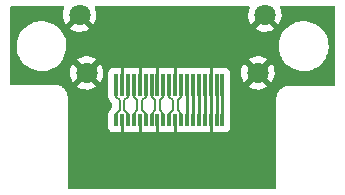
<source format=gbr>
%TF.GenerationSoftware,KiCad,Pcbnew,(6.0.11)*%
%TF.CreationDate,2023-04-13T19:56:29-04:00*%
%TF.ProjectId,HDMI FFC,48444d49-2046-4464-932e-6b696361645f,rev?*%
%TF.SameCoordinates,Original*%
%TF.FileFunction,Copper,L1,Top*%
%TF.FilePolarity,Positive*%
%FSLAX46Y46*%
G04 Gerber Fmt 4.6, Leading zero omitted, Abs format (unit mm)*
G04 Created by KiCad (PCBNEW (6.0.11)) date 2023-04-13 19:56:29*
%MOMM*%
%LPD*%
G01*
G04 APERTURE LIST*
%TA.AperFunction,SMDPad,CuDef*%
%ADD10R,0.300000X1.000000*%
%TD*%
%TA.AperFunction,SMDPad,CuDef*%
%ADD11R,2.000000X1.300000*%
%TD*%
%TA.AperFunction,SMDPad,CuDef*%
%ADD12R,0.300000X1.900000*%
%TD*%
%TA.AperFunction,ComponentPad*%
%ADD13C,1.800000*%
%TD*%
%TA.AperFunction,Conductor*%
%ADD14C,0.200000*%
%TD*%
%TA.AperFunction,Conductor*%
%ADD15C,0.250000*%
%TD*%
G04 APERTURE END LIST*
D10*
%TO.P,J2,1,Pin_1*%
%TO.N,D2+*%
X140419986Y-81300000D03*
%TO.P,J2,2,Pin_2*%
%TO.N,GND*%
X140919985Y-81300000D03*
%TO.P,J2,3,Pin_3*%
%TO.N,D2-*%
X141419986Y-81300000D03*
%TO.P,J2,4,Pin_4*%
%TO.N,D1+*%
X141919985Y-81300000D03*
%TO.P,J2,5,Pin_5*%
%TO.N,GND*%
X142419987Y-81300000D03*
%TO.P,J2,6,Pin_6*%
%TO.N,D1-*%
X142919986Y-81300000D03*
%TO.P,J2,7,Pin_7*%
%TO.N,D0+*%
X143419985Y-81300000D03*
%TO.P,J2,8,Pin_8*%
%TO.N,GND*%
X143919986Y-81300000D03*
%TO.P,J2,9,Pin_9*%
%TO.N,D0-*%
X144419985Y-81300000D03*
%TO.P,J2,10,Pin_10*%
%TO.N,CK+*%
X144919987Y-81300000D03*
%TO.P,J2,11,Pin_11*%
%TO.N,GND*%
X145419986Y-81300000D03*
%TO.P,J2,12,Pin_12*%
%TO.N,CK-*%
X145919985Y-81300000D03*
%TO.P,J2,13,Pin_13*%
%TO.N,CEC*%
X146419987Y-81300000D03*
%TO.P,J2,14,Pin_14*%
%TO.N,UTILITY*%
X146919986Y-81300000D03*
%TO.P,J2,15,Pin_15*%
%TO.N,SCL*%
X147419985Y-81300000D03*
%TO.P,J2,16,Pin_16*%
%TO.N,SDA*%
X147919986Y-81300000D03*
%TO.P,J2,17,Pin_17*%
%TO.N,GND*%
X148419985Y-81300000D03*
%TO.P,J2,18,Pin_18*%
%TO.N,+5V*%
X148919987Y-81300000D03*
%TO.P,J2,19,Pin_19*%
%TO.N,HPD*%
X149419986Y-81300000D03*
D11*
%TO.P,J2,P1*%
%TO.N,GND*%
X138119996Y-83999999D03*
%TO.P,J2,P2*%
X151719978Y-83999999D03*
%TD*%
D12*
%TO.P,J1,1,D2+*%
%TO.N,D2+*%
X140420000Y-78275000D03*
%TO.P,J1,2,D2S*%
%TO.N,GND*%
X140920000Y-78275000D03*
%TO.P,J1,3,D2-*%
%TO.N,D2-*%
X141420000Y-78275000D03*
%TO.P,J1,4,D1+*%
%TO.N,D1+*%
X141920000Y-78275000D03*
%TO.P,J1,5,D1S*%
%TO.N,GND*%
X142420000Y-78275000D03*
%TO.P,J1,6,D1-*%
%TO.N,D1-*%
X142920000Y-78275000D03*
%TO.P,J1,7,D0+*%
%TO.N,D0+*%
X143420000Y-78275000D03*
%TO.P,J1,8,D0S*%
%TO.N,GND*%
X143920000Y-78275000D03*
%TO.P,J1,9,D0-*%
%TO.N,D0-*%
X144420000Y-78275000D03*
%TO.P,J1,10,CK+*%
%TO.N,CK+*%
X144920000Y-78275000D03*
%TO.P,J1,11,CKS*%
%TO.N,GND*%
X145420000Y-78275000D03*
%TO.P,J1,12,CK-*%
%TO.N,CK-*%
X145920000Y-78275000D03*
%TO.P,J1,13,CEC*%
%TO.N,CEC*%
X146420000Y-78275000D03*
%TO.P,J1,14,UTILITY*%
%TO.N,UTILITY*%
X146920000Y-78275000D03*
%TO.P,J1,15,SCL*%
%TO.N,SCL*%
X147420000Y-78275000D03*
%TO.P,J1,16,SDA*%
%TO.N,SDA*%
X147920000Y-78275000D03*
%TO.P,J1,17,GND*%
%TO.N,GND*%
X148420000Y-78275000D03*
%TO.P,J1,18,+5V*%
%TO.N,+5V*%
X148920000Y-78275000D03*
%TO.P,J1,19,HPD*%
%TO.N,HPD*%
X149420000Y-78275000D03*
D13*
%TO.P,J1,SH,SH*%
%TO.N,GND*%
X152420000Y-77275000D03*
X137320000Y-72375000D03*
X137920000Y-77275000D03*
X153020000Y-72375000D03*
%TD*%
D14*
%TO.N,D2+*%
X140720000Y-79600000D02*
X140720000Y-80420000D01*
X140420000Y-79300000D02*
X140720000Y-79600000D01*
X140419986Y-80720014D02*
X140419986Y-81300000D01*
X140420000Y-78275000D02*
X140420000Y-79300000D01*
X140720000Y-80420000D02*
X140419986Y-80720014D01*
%TO.N,D2-*%
X141420000Y-79300000D02*
X141120000Y-79600000D01*
X141120000Y-80420000D02*
X141420000Y-80720000D01*
X141120000Y-79600000D02*
X141120000Y-80420000D01*
X141420000Y-80720000D02*
X141420000Y-81299986D01*
X141420000Y-78275000D02*
X141420000Y-79300000D01*
X141420000Y-81299986D02*
X141419986Y-81300000D01*
%TO.N,D1+*%
X141919986Y-80720014D02*
X141919986Y-81300000D01*
X141920000Y-79300000D02*
X142220000Y-79600000D01*
X142220000Y-80420000D02*
X141919986Y-80720014D01*
X142220000Y-79600000D02*
X142220000Y-80420000D01*
X141920000Y-78275000D02*
X141920000Y-79300000D01*
%TO.N,D1-*%
X142620000Y-80420000D02*
X142920000Y-80720000D01*
X142620000Y-79600000D02*
X142620000Y-80420000D01*
X142920000Y-78275000D02*
X142920000Y-79300000D01*
X142920000Y-80720000D02*
X142920000Y-81299986D01*
X142920000Y-79300000D02*
X142620000Y-79600000D01*
%TO.N,D0+*%
X143720000Y-80420000D02*
X143419986Y-80720014D01*
X143420000Y-79300000D02*
X143720000Y-79600000D01*
X143720000Y-79600000D02*
X143720000Y-80420000D01*
X143420000Y-78275000D02*
X143420000Y-79300000D01*
X143419986Y-80720014D02*
X143419986Y-81300000D01*
%TO.N,D0-*%
X144420000Y-78275000D02*
X144420000Y-79300000D01*
X144120000Y-79600000D02*
X144120000Y-80420000D01*
X144420000Y-80720000D02*
X144420000Y-81299986D01*
X144120000Y-80420000D02*
X144420000Y-80720000D01*
X144420000Y-79300000D02*
X144120000Y-79600000D01*
%TO.N,CK+*%
X145220014Y-79599986D02*
X145220014Y-80419986D01*
X144920014Y-79299986D02*
X145220014Y-79599986D01*
X144920014Y-78274986D02*
X144920014Y-79299986D01*
X145220014Y-80419986D02*
X144920000Y-80720000D01*
X144920000Y-80720000D02*
X144920000Y-81299986D01*
%TO.N,CK-*%
X145620000Y-80420000D02*
X145920000Y-80720000D01*
X145920000Y-78275000D02*
X145920000Y-79300000D01*
X145920000Y-80720000D02*
X145920000Y-81299986D01*
X145920000Y-79300000D02*
X145620000Y-79600000D01*
X145620000Y-79600000D02*
X145620000Y-80420000D01*
D15*
%TO.N,CEC*%
X146420000Y-81299987D02*
X146419987Y-81300000D01*
X146420000Y-78275000D02*
X146420000Y-81299987D01*
%TO.N,UTILITY*%
X146920000Y-78275000D02*
X146920000Y-81299986D01*
X146920000Y-81299986D02*
X146919986Y-81300000D01*
%TO.N,SCL*%
X147420000Y-81299985D02*
X147419985Y-81300000D01*
X147420000Y-78275000D02*
X147420000Y-81299985D01*
%TO.N,SDA*%
X147920000Y-81299986D02*
X147919986Y-81300000D01*
X147920000Y-78275000D02*
X147920000Y-81299986D01*
%TO.N,GND*%
X144000000Y-82900000D02*
X143900000Y-82800000D01*
X145420000Y-76220000D02*
X148320000Y-76220000D01*
X145400000Y-82800000D02*
X145419986Y-82780014D01*
X148419985Y-82680015D02*
X148100000Y-83000000D01*
X142420000Y-76120000D02*
X143820000Y-76120000D01*
X140919985Y-82719985D02*
X141100000Y-82900000D01*
X142420000Y-78275000D02*
X142420000Y-76120000D01*
X143920000Y-76220000D02*
X143920000Y-78275000D01*
X143920000Y-76220000D02*
X145380000Y-76220000D01*
X145420000Y-76220000D02*
X145420000Y-78275000D01*
X142500000Y-82900000D02*
X143800000Y-82900000D01*
X143919986Y-82780014D02*
X143919986Y-81300000D01*
X140920000Y-76020000D02*
X140920000Y-78275000D01*
X142420000Y-76120000D02*
X142300000Y-76000000D01*
X142339974Y-82900000D02*
X142419987Y-82819987D01*
X148420000Y-81299985D02*
X148419985Y-81300000D01*
X145500000Y-82900000D02*
X145400000Y-82800000D01*
X145419986Y-82780014D02*
X145419986Y-81300000D01*
X143900000Y-82800000D02*
X143919986Y-82780014D01*
X148320000Y-76220000D02*
X148420000Y-76320000D01*
X148420000Y-78275000D02*
X148420000Y-81299985D01*
X142300000Y-76000000D02*
X140900000Y-76000000D01*
X140919985Y-81300000D02*
X140919985Y-82719985D01*
X143800000Y-82900000D02*
X143900000Y-82800000D01*
X140900000Y-76000000D02*
X140920000Y-76020000D01*
X148419985Y-81300000D02*
X148419985Y-82680015D01*
X148100000Y-83000000D02*
X145600000Y-83000000D01*
X142419987Y-82819987D02*
X142500000Y-82900000D01*
X148420000Y-76320000D02*
X148420000Y-78275000D01*
X145600000Y-83000000D02*
X145500000Y-82900000D01*
X145400000Y-76200000D02*
X145420000Y-76220000D01*
X143820000Y-76120000D02*
X143920000Y-76220000D01*
X142419987Y-81300000D02*
X142419987Y-82819987D01*
X141100000Y-82900000D02*
X142339974Y-82900000D01*
X145500000Y-82900000D02*
X144000000Y-82900000D01*
X145380000Y-76220000D02*
X145400000Y-76200000D01*
%TO.N,HPD*%
X149420000Y-81299986D02*
X149419986Y-81300000D01*
X149420000Y-78275000D02*
X149420000Y-81299986D01*
%TO.N,+5V*%
X148920000Y-81299987D02*
X148919987Y-81300000D01*
X148920000Y-78275000D02*
X148920000Y-81299987D01*
%TD*%
%TA.AperFunction,Conductor*%
%TO.N,GND*%
G36*
X135994140Y-71628502D02*
G01*
X136040633Y-71682158D01*
X136050737Y-71752432D01*
X136040307Y-71787550D01*
X135996253Y-71882459D01*
X135992689Y-71892146D01*
X135933581Y-72105280D01*
X135931650Y-72115400D01*
X135908145Y-72335349D01*
X135907893Y-72345638D01*
X135920627Y-72566468D01*
X135922061Y-72576670D01*
X135970685Y-72792439D01*
X135973773Y-72802292D01*
X136056986Y-73007220D01*
X136061634Y-73016421D01*
X136150097Y-73160781D01*
X136160553Y-73170242D01*
X136169331Y-73166458D01*
X137230905Y-72104885D01*
X137293217Y-72070859D01*
X137364033Y-72075924D01*
X137409095Y-72104885D01*
X138466303Y-73162092D01*
X138478314Y-73168651D01*
X138490052Y-73159684D01*
X138528010Y-73106859D01*
X138533321Y-73098020D01*
X138631318Y-72899737D01*
X138635117Y-72890142D01*
X138699415Y-72678517D01*
X138701594Y-72668436D01*
X138730702Y-72447338D01*
X138731221Y-72440663D01*
X138732744Y-72378364D01*
X138732550Y-72371646D01*
X138714279Y-72149400D01*
X138712596Y-72139238D01*
X138658710Y-71924708D01*
X138655393Y-71914964D01*
X138598771Y-71784743D01*
X138589951Y-71714296D01*
X138620618Y-71650264D01*
X138681034Y-71612976D01*
X138714321Y-71608500D01*
X151626019Y-71608500D01*
X151694140Y-71628502D01*
X151740633Y-71682158D01*
X151750737Y-71752432D01*
X151740307Y-71787550D01*
X151696253Y-71882459D01*
X151692689Y-71892146D01*
X151633581Y-72105280D01*
X151631650Y-72115400D01*
X151608145Y-72335349D01*
X151607893Y-72345638D01*
X151620627Y-72566468D01*
X151622061Y-72576670D01*
X151670685Y-72792439D01*
X151673773Y-72802292D01*
X151756986Y-73007220D01*
X151761634Y-73016421D01*
X151850097Y-73160781D01*
X151860553Y-73170242D01*
X151869331Y-73166458D01*
X152930905Y-72104885D01*
X152993217Y-72070859D01*
X153064033Y-72075924D01*
X153109095Y-72104885D01*
X154166303Y-73162092D01*
X154178314Y-73168651D01*
X154190052Y-73159684D01*
X154228010Y-73106859D01*
X154233321Y-73098020D01*
X154331318Y-72899737D01*
X154335117Y-72890142D01*
X154399415Y-72678517D01*
X154401594Y-72668436D01*
X154430702Y-72447338D01*
X154431221Y-72440663D01*
X154432744Y-72378364D01*
X154432550Y-72371646D01*
X154414279Y-72149400D01*
X154412596Y-72139238D01*
X154358710Y-71924708D01*
X154355393Y-71914964D01*
X154298771Y-71784743D01*
X154289951Y-71714296D01*
X154320618Y-71650264D01*
X154381034Y-71612976D01*
X154414321Y-71608500D01*
X158865500Y-71608500D01*
X158933621Y-71628502D01*
X158980114Y-71682158D01*
X158991500Y-71734500D01*
X158991500Y-78265500D01*
X158971498Y-78333621D01*
X158917842Y-78380114D01*
X158865500Y-78391500D01*
X155053250Y-78391500D01*
X155032345Y-78389754D01*
X155017344Y-78387230D01*
X155017341Y-78387230D01*
X155012552Y-78386424D01*
X155006475Y-78386350D01*
X155004865Y-78386330D01*
X155004861Y-78386330D01*
X155000000Y-78386271D01*
X154995186Y-78386960D01*
X154995176Y-78386961D01*
X154978720Y-78389318D01*
X154971851Y-78390111D01*
X154824207Y-78403028D01*
X154818893Y-78404452D01*
X154818892Y-78404452D01*
X154659065Y-78447277D01*
X154659063Y-78447278D01*
X154653755Y-78448700D01*
X154648774Y-78451022D01*
X154648773Y-78451023D01*
X154498811Y-78520951D01*
X154498806Y-78520954D01*
X154493824Y-78523277D01*
X154460620Y-78546527D01*
X154353784Y-78621334D01*
X154353781Y-78621336D01*
X154349273Y-78624493D01*
X154224493Y-78749273D01*
X154221336Y-78753781D01*
X154221334Y-78753784D01*
X154193298Y-78793824D01*
X154123277Y-78893824D01*
X154120954Y-78898806D01*
X154120951Y-78898811D01*
X154051023Y-79048773D01*
X154048700Y-79053755D01*
X154047278Y-79059063D01*
X154047277Y-79059065D01*
X154031247Y-79118892D01*
X154003028Y-79224207D01*
X153995196Y-79313729D01*
X153990987Y-79361839D01*
X153989969Y-79370224D01*
X153986309Y-79393724D01*
X153988771Y-79412552D01*
X153990436Y-79425283D01*
X153991500Y-79441621D01*
X153991500Y-86965500D01*
X153971498Y-87033621D01*
X153917842Y-87080114D01*
X153865500Y-87091500D01*
X136434500Y-87091500D01*
X136366379Y-87071498D01*
X136319886Y-87017842D01*
X136308500Y-86965500D01*
X136308500Y-81848134D01*
X139761486Y-81848134D01*
X139768241Y-81910316D01*
X139819371Y-82046705D01*
X139906725Y-82163261D01*
X140023281Y-82250615D01*
X140159670Y-82301745D01*
X140221852Y-82308500D01*
X140618120Y-82308500D01*
X140680302Y-82301745D01*
X140816691Y-82250615D01*
X140838980Y-82233911D01*
X140844422Y-82229832D01*
X140910929Y-82204985D01*
X140980311Y-82220039D01*
X140995550Y-82229832D01*
X141000992Y-82233911D01*
X141023281Y-82250615D01*
X141159670Y-82301745D01*
X141221852Y-82308500D01*
X141618120Y-82308500D01*
X141621515Y-82308131D01*
X141621519Y-82308131D01*
X141647517Y-82305307D01*
X141656380Y-82304344D01*
X141683592Y-82304344D01*
X141694505Y-82305529D01*
X141718452Y-82308131D01*
X141718456Y-82308131D01*
X141721851Y-82308500D01*
X142118119Y-82308500D01*
X142180301Y-82301745D01*
X142316690Y-82250615D01*
X142344423Y-82229830D01*
X142410928Y-82204984D01*
X142480310Y-82220037D01*
X142495552Y-82229833D01*
X142516094Y-82245229D01*
X142516096Y-82245230D01*
X142523281Y-82250615D01*
X142659670Y-82301745D01*
X142721852Y-82308500D01*
X143118120Y-82308500D01*
X143121515Y-82308131D01*
X143121519Y-82308131D01*
X143147517Y-82305307D01*
X143156380Y-82304344D01*
X143183592Y-82304344D01*
X143194505Y-82305529D01*
X143218452Y-82308131D01*
X143218456Y-82308131D01*
X143221851Y-82308500D01*
X143618119Y-82308500D01*
X143680301Y-82301745D01*
X143816690Y-82250615D01*
X143838979Y-82233911D01*
X143844421Y-82229832D01*
X143910928Y-82204985D01*
X143980310Y-82220039D01*
X143995549Y-82229832D01*
X144000991Y-82233911D01*
X144023280Y-82250615D01*
X144159669Y-82301745D01*
X144221851Y-82308500D01*
X144618119Y-82308500D01*
X144621514Y-82308131D01*
X144621518Y-82308131D01*
X144656379Y-82304344D01*
X144683593Y-82304344D01*
X144718454Y-82308131D01*
X144718458Y-82308131D01*
X144721853Y-82308500D01*
X145118121Y-82308500D01*
X145180303Y-82301745D01*
X145316692Y-82250615D01*
X145344422Y-82229832D01*
X145410927Y-82204985D01*
X145480309Y-82220038D01*
X145495544Y-82229828D01*
X145523280Y-82250615D01*
X145659669Y-82301745D01*
X145721851Y-82308500D01*
X146118119Y-82308500D01*
X146121514Y-82308131D01*
X146121518Y-82308131D01*
X146156379Y-82304344D01*
X146183593Y-82304344D01*
X146218454Y-82308131D01*
X146218458Y-82308131D01*
X146221853Y-82308500D01*
X146618121Y-82308500D01*
X146621516Y-82308131D01*
X146621520Y-82308131D01*
X146647518Y-82305307D01*
X146656381Y-82304344D01*
X146683593Y-82304344D01*
X146694506Y-82305529D01*
X146718453Y-82308131D01*
X146718457Y-82308131D01*
X146721852Y-82308500D01*
X147118120Y-82308500D01*
X147121515Y-82308131D01*
X147121519Y-82308131D01*
X147147517Y-82305307D01*
X147156380Y-82304344D01*
X147183592Y-82304344D01*
X147194505Y-82305529D01*
X147218452Y-82308131D01*
X147218456Y-82308131D01*
X147221851Y-82308500D01*
X147618119Y-82308500D01*
X147621514Y-82308131D01*
X147621518Y-82308131D01*
X147656379Y-82304344D01*
X147683592Y-82304344D01*
X147692455Y-82305307D01*
X147718453Y-82308131D01*
X147718457Y-82308131D01*
X147721852Y-82308500D01*
X148118120Y-82308500D01*
X148180302Y-82301745D01*
X148316691Y-82250615D01*
X148344424Y-82229830D01*
X148410929Y-82204984D01*
X148480311Y-82220037D01*
X148495553Y-82229833D01*
X148516095Y-82245229D01*
X148516097Y-82245230D01*
X148523282Y-82250615D01*
X148659671Y-82301745D01*
X148721853Y-82308500D01*
X149118121Y-82308500D01*
X149121516Y-82308131D01*
X149121520Y-82308131D01*
X149147518Y-82305307D01*
X149156381Y-82304344D01*
X149183593Y-82304344D01*
X149194506Y-82305529D01*
X149218453Y-82308131D01*
X149218457Y-82308131D01*
X149221852Y-82308500D01*
X149618120Y-82308500D01*
X149680302Y-82301745D01*
X149816691Y-82250615D01*
X149933247Y-82163261D01*
X150020601Y-82046705D01*
X150071731Y-81910316D01*
X150078486Y-81848134D01*
X150078486Y-80751866D01*
X150071731Y-80689684D01*
X150061518Y-80662441D01*
X150053500Y-80618211D01*
X150053500Y-79406826D01*
X150061518Y-79362596D01*
X150061802Y-79361839D01*
X150071745Y-79335316D01*
X150078500Y-79273134D01*
X150078500Y-78436406D01*
X151623423Y-78436406D01*
X151628704Y-78443461D01*
X151805080Y-78546527D01*
X151814363Y-78550974D01*
X152021003Y-78629883D01*
X152030901Y-78632759D01*
X152247653Y-78676857D01*
X152257883Y-78678076D01*
X152478914Y-78686182D01*
X152489223Y-78685714D01*
X152708623Y-78657608D01*
X152718688Y-78655468D01*
X152930557Y-78591905D01*
X152940152Y-78588144D01*
X153138778Y-78490838D01*
X153147636Y-78485559D01*
X153205097Y-78444572D01*
X153213497Y-78433874D01*
X153206510Y-78420721D01*
X152432811Y-77647021D01*
X152418868Y-77639408D01*
X152417034Y-77639539D01*
X152410420Y-77643790D01*
X151630180Y-78424031D01*
X151623423Y-78436406D01*
X150078500Y-78436406D01*
X150078500Y-77276866D01*
X150075108Y-77245638D01*
X151007893Y-77245638D01*
X151020627Y-77466468D01*
X151022061Y-77476670D01*
X151070685Y-77692439D01*
X151073773Y-77702292D01*
X151156986Y-77907220D01*
X151161634Y-77916421D01*
X151250097Y-78060781D01*
X151260553Y-78070242D01*
X151269331Y-78066458D01*
X152047979Y-77287811D01*
X152054356Y-77276132D01*
X152784408Y-77276132D01*
X152784539Y-77277966D01*
X152788790Y-77284580D01*
X153566307Y-78062096D01*
X153578313Y-78068652D01*
X153590052Y-78059684D01*
X153628010Y-78006859D01*
X153633321Y-77998020D01*
X153731318Y-77799737D01*
X153735117Y-77790142D01*
X153799415Y-77578517D01*
X153801594Y-77568436D01*
X153830702Y-77347338D01*
X153831221Y-77340663D01*
X153832744Y-77278364D01*
X153832550Y-77271646D01*
X153814279Y-77049400D01*
X153812596Y-77039238D01*
X153758710Y-76824708D01*
X153755389Y-76814953D01*
X153667193Y-76612118D01*
X153662315Y-76603020D01*
X153589224Y-76490038D01*
X153578538Y-76480835D01*
X153568973Y-76485238D01*
X152792021Y-77262189D01*
X152784408Y-77276132D01*
X152054356Y-77276132D01*
X152055592Y-77273868D01*
X152055461Y-77272034D01*
X152051210Y-77265420D01*
X151273862Y-76488073D01*
X151262330Y-76481776D01*
X151250048Y-76491399D01*
X151194467Y-76572877D01*
X151189379Y-76581833D01*
X151096252Y-76782459D01*
X151092689Y-76792146D01*
X151033581Y-77005280D01*
X151031650Y-77015400D01*
X151008145Y-77235349D01*
X151007893Y-77245638D01*
X150075108Y-77245638D01*
X150071745Y-77214684D01*
X150020615Y-77078295D01*
X149933261Y-76961739D01*
X149816705Y-76874385D01*
X149680316Y-76823255D01*
X149618134Y-76816500D01*
X149221866Y-76816500D01*
X149218471Y-76816869D01*
X149218467Y-76816869D01*
X149192469Y-76819693D01*
X149183606Y-76820656D01*
X149156394Y-76820656D01*
X149147531Y-76819693D01*
X149121533Y-76816869D01*
X149121529Y-76816869D01*
X149118134Y-76816500D01*
X148721866Y-76816500D01*
X148659684Y-76823255D01*
X148523295Y-76874385D01*
X148501316Y-76890857D01*
X148495564Y-76895168D01*
X148429057Y-76920015D01*
X148359675Y-76904961D01*
X148344436Y-76895168D01*
X148338684Y-76890857D01*
X148316705Y-76874385D01*
X148180316Y-76823255D01*
X148118134Y-76816500D01*
X147721866Y-76816500D01*
X147718471Y-76816869D01*
X147718467Y-76816869D01*
X147692469Y-76819693D01*
X147683606Y-76820656D01*
X147656394Y-76820656D01*
X147647531Y-76819693D01*
X147621533Y-76816869D01*
X147621529Y-76816869D01*
X147618134Y-76816500D01*
X147221866Y-76816500D01*
X147218471Y-76816869D01*
X147218467Y-76816869D01*
X147192469Y-76819693D01*
X147183606Y-76820656D01*
X147156394Y-76820656D01*
X147147531Y-76819693D01*
X147121533Y-76816869D01*
X147121529Y-76816869D01*
X147118134Y-76816500D01*
X146721866Y-76816500D01*
X146718471Y-76816869D01*
X146718467Y-76816869D01*
X146692469Y-76819693D01*
X146683606Y-76820656D01*
X146656394Y-76820656D01*
X146647531Y-76819693D01*
X146621533Y-76816869D01*
X146621529Y-76816869D01*
X146618134Y-76816500D01*
X146221866Y-76816500D01*
X146218471Y-76816869D01*
X146218467Y-76816869D01*
X146192469Y-76819693D01*
X146183606Y-76820656D01*
X146156394Y-76820656D01*
X146147531Y-76819693D01*
X146121533Y-76816869D01*
X146121529Y-76816869D01*
X146118134Y-76816500D01*
X145721866Y-76816500D01*
X145659684Y-76823255D01*
X145523295Y-76874385D01*
X145501316Y-76890857D01*
X145495564Y-76895168D01*
X145429057Y-76920015D01*
X145359675Y-76904961D01*
X145344436Y-76895168D01*
X145338684Y-76890857D01*
X145316705Y-76874385D01*
X145180316Y-76823255D01*
X145118134Y-76816500D01*
X144721866Y-76816500D01*
X144718471Y-76816869D01*
X144718467Y-76816869D01*
X144692469Y-76819693D01*
X144683606Y-76820656D01*
X144656394Y-76820656D01*
X144647531Y-76819693D01*
X144621533Y-76816869D01*
X144621529Y-76816869D01*
X144618134Y-76816500D01*
X144221866Y-76816500D01*
X144159684Y-76823255D01*
X144023295Y-76874385D01*
X144001316Y-76890857D01*
X143995564Y-76895168D01*
X143929057Y-76920015D01*
X143859675Y-76904961D01*
X143844436Y-76895168D01*
X143838684Y-76890857D01*
X143816705Y-76874385D01*
X143680316Y-76823255D01*
X143618134Y-76816500D01*
X143221866Y-76816500D01*
X143218471Y-76816869D01*
X143218467Y-76816869D01*
X143192469Y-76819693D01*
X143183606Y-76820656D01*
X143156394Y-76820656D01*
X143147531Y-76819693D01*
X143121533Y-76816869D01*
X143121529Y-76816869D01*
X143118134Y-76816500D01*
X142721866Y-76816500D01*
X142659684Y-76823255D01*
X142523295Y-76874385D01*
X142501316Y-76890857D01*
X142495564Y-76895168D01*
X142429057Y-76920015D01*
X142359675Y-76904961D01*
X142344436Y-76895168D01*
X142338684Y-76890857D01*
X142316705Y-76874385D01*
X142180316Y-76823255D01*
X142118134Y-76816500D01*
X141721866Y-76816500D01*
X141718471Y-76816869D01*
X141718467Y-76816869D01*
X141692469Y-76819693D01*
X141683606Y-76820656D01*
X141656394Y-76820656D01*
X141647531Y-76819693D01*
X141621533Y-76816869D01*
X141621529Y-76816869D01*
X141618134Y-76816500D01*
X141221866Y-76816500D01*
X141159684Y-76823255D01*
X141023295Y-76874385D01*
X141001316Y-76890857D01*
X140995564Y-76895168D01*
X140929057Y-76920015D01*
X140859675Y-76904961D01*
X140844436Y-76895168D01*
X140838684Y-76890857D01*
X140816705Y-76874385D01*
X140680316Y-76823255D01*
X140618134Y-76816500D01*
X140221866Y-76816500D01*
X140159684Y-76823255D01*
X140023295Y-76874385D01*
X139906739Y-76961739D01*
X139819385Y-77078295D01*
X139768255Y-77214684D01*
X139761500Y-77276866D01*
X139761500Y-79273134D01*
X139768255Y-79335316D01*
X139819385Y-79471705D01*
X139839164Y-79498096D01*
X139854744Y-79525439D01*
X139885314Y-79599244D01*
X139885317Y-79599249D01*
X139888476Y-79606876D01*
X139893503Y-79613427D01*
X139893504Y-79613429D01*
X139961520Y-79702069D01*
X139961526Y-79702075D01*
X139986013Y-79733987D01*
X139992568Y-79739017D01*
X140011379Y-79753452D01*
X140023770Y-79764319D01*
X140074595Y-79815144D01*
X140108621Y-79877456D01*
X140111500Y-79904239D01*
X140111500Y-80115761D01*
X140091498Y-80183882D01*
X140074595Y-80204856D01*
X140023752Y-80255699D01*
X140011361Y-80266566D01*
X139985999Y-80286027D01*
X139961512Y-80317939D01*
X139961509Y-80317942D01*
X139888462Y-80413138D01*
X139885302Y-80420768D01*
X139850112Y-80505723D01*
X139834529Y-80533070D01*
X139819371Y-80553295D01*
X139768241Y-80689684D01*
X139761486Y-80751866D01*
X139761486Y-81848134D01*
X136308500Y-81848134D01*
X136308500Y-79353250D01*
X136310246Y-79332345D01*
X136312770Y-79317344D01*
X136312770Y-79317341D01*
X136313576Y-79312552D01*
X136313729Y-79300000D01*
X136313040Y-79295186D01*
X136313039Y-79295176D01*
X136310682Y-79278720D01*
X136309888Y-79271839D01*
X136296972Y-79124207D01*
X136283923Y-79075507D01*
X136252723Y-78959065D01*
X136252722Y-78959063D01*
X136251300Y-78953755D01*
X136182483Y-78806176D01*
X136179049Y-78798811D01*
X136179046Y-78798806D01*
X136176723Y-78793824D01*
X136101351Y-78686182D01*
X136078666Y-78653784D01*
X136078664Y-78653781D01*
X136075507Y-78649273D01*
X135950727Y-78524493D01*
X135946219Y-78521336D01*
X135946216Y-78521334D01*
X135845801Y-78451023D01*
X135824926Y-78436406D01*
X137123423Y-78436406D01*
X137128704Y-78443461D01*
X137305080Y-78546527D01*
X137314363Y-78550974D01*
X137521003Y-78629883D01*
X137530901Y-78632759D01*
X137747653Y-78676857D01*
X137757883Y-78678076D01*
X137978914Y-78686182D01*
X137989223Y-78685714D01*
X138208623Y-78657608D01*
X138218688Y-78655468D01*
X138430557Y-78591905D01*
X138440152Y-78588144D01*
X138638778Y-78490838D01*
X138647636Y-78485559D01*
X138705097Y-78444572D01*
X138713497Y-78433874D01*
X138706510Y-78420721D01*
X137932811Y-77647021D01*
X137918868Y-77639408D01*
X137917034Y-77639539D01*
X137910420Y-77643790D01*
X137130180Y-78424031D01*
X137123423Y-78436406D01*
X135824926Y-78436406D01*
X135806176Y-78423277D01*
X135801194Y-78420954D01*
X135801189Y-78420951D01*
X135651227Y-78351023D01*
X135651226Y-78351022D01*
X135646245Y-78348700D01*
X135640937Y-78347278D01*
X135640935Y-78347277D01*
X135481108Y-78304452D01*
X135481107Y-78304452D01*
X135475793Y-78303028D01*
X135346288Y-78291698D01*
X135336374Y-78290432D01*
X135325444Y-78288593D01*
X135317344Y-78287230D01*
X135317342Y-78287230D01*
X135312552Y-78286424D01*
X135306276Y-78286348D01*
X135304860Y-78286330D01*
X135304857Y-78286330D01*
X135300000Y-78286271D01*
X135274058Y-78289986D01*
X135272376Y-78290227D01*
X135254514Y-78291500D01*
X131534500Y-78291500D01*
X131466379Y-78271498D01*
X131419886Y-78217842D01*
X131408500Y-78165500D01*
X131408500Y-77245638D01*
X136507893Y-77245638D01*
X136520627Y-77466468D01*
X136522061Y-77476670D01*
X136570685Y-77692439D01*
X136573773Y-77702292D01*
X136656986Y-77907220D01*
X136661634Y-77916421D01*
X136750097Y-78060781D01*
X136760553Y-78070242D01*
X136769331Y-78066458D01*
X137547979Y-77287811D01*
X137554356Y-77276132D01*
X138284408Y-77276132D01*
X138284539Y-77277966D01*
X138288790Y-77284580D01*
X139066307Y-78062096D01*
X139078313Y-78068652D01*
X139090052Y-78059684D01*
X139128010Y-78006859D01*
X139133321Y-77998020D01*
X139231318Y-77799737D01*
X139235117Y-77790142D01*
X139299415Y-77578517D01*
X139301594Y-77568436D01*
X139330702Y-77347338D01*
X139331221Y-77340663D01*
X139332744Y-77278364D01*
X139332550Y-77271646D01*
X139314279Y-77049400D01*
X139312596Y-77039238D01*
X139258710Y-76824708D01*
X139255389Y-76814953D01*
X139167193Y-76612118D01*
X139162315Y-76603020D01*
X139089224Y-76490038D01*
X139078538Y-76480835D01*
X139068973Y-76485238D01*
X138292021Y-77262189D01*
X138284408Y-77276132D01*
X137554356Y-77276132D01*
X137555592Y-77273868D01*
X137555461Y-77272034D01*
X137551210Y-77265420D01*
X136773862Y-76488073D01*
X136762330Y-76481776D01*
X136750048Y-76491399D01*
X136694467Y-76572877D01*
X136689379Y-76581833D01*
X136596252Y-76782459D01*
X136592689Y-76792146D01*
X136533581Y-77005280D01*
X136531650Y-77015400D01*
X136508145Y-77235349D01*
X136507893Y-77245638D01*
X131408500Y-77245638D01*
X131408500Y-74977869D01*
X131986689Y-74977869D01*
X132003238Y-75264883D01*
X132004063Y-75269088D01*
X132004064Y-75269096D01*
X132036010Y-75431921D01*
X132058586Y-75546995D01*
X132059973Y-75551045D01*
X132059974Y-75551050D01*
X132135557Y-75771807D01*
X132151710Y-75818986D01*
X132180265Y-75875761D01*
X132241310Y-75997135D01*
X132280885Y-76075822D01*
X132443721Y-76312750D01*
X132446608Y-76315923D01*
X132446609Y-76315924D01*
X132634316Y-76522212D01*
X132637206Y-76525388D01*
X132640501Y-76528143D01*
X132640502Y-76528144D01*
X132691258Y-76570582D01*
X132857759Y-76709798D01*
X133101298Y-76862571D01*
X133363318Y-76980877D01*
X133367437Y-76982097D01*
X133634857Y-77061311D01*
X133634862Y-77061312D01*
X133638970Y-77062529D01*
X133643204Y-77063177D01*
X133643209Y-77063178D01*
X133891811Y-77101219D01*
X133923153Y-77106015D01*
X134069485Y-77108314D01*
X134206317Y-77110464D01*
X134206323Y-77110464D01*
X134210608Y-77110531D01*
X134214860Y-77110016D01*
X134214868Y-77110016D01*
X134491756Y-77076508D01*
X134491761Y-77076507D01*
X134496017Y-77075992D01*
X134774097Y-77003039D01*
X135039704Y-76893021D01*
X135287922Y-76747974D01*
X135514159Y-76570582D01*
X135555285Y-76528144D01*
X135711244Y-76367206D01*
X135714227Y-76364128D01*
X135716760Y-76360680D01*
X135716764Y-76360675D01*
X135881887Y-76135886D01*
X135884425Y-76132431D01*
X135893503Y-76115711D01*
X137125508Y-76115711D01*
X137132251Y-76128040D01*
X137907189Y-76902979D01*
X137921132Y-76910592D01*
X137922966Y-76910461D01*
X137929580Y-76906210D01*
X138708994Y-76126795D01*
X138715046Y-76115711D01*
X151625508Y-76115711D01*
X151632251Y-76128040D01*
X152407189Y-76902979D01*
X152421132Y-76910592D01*
X152422966Y-76910461D01*
X152429580Y-76906210D01*
X153208994Y-76126795D01*
X153216011Y-76113944D01*
X153208237Y-76103274D01*
X153205902Y-76101430D01*
X153197320Y-76095729D01*
X153003678Y-75988833D01*
X152994272Y-75984606D01*
X152785772Y-75910772D01*
X152775809Y-75908140D01*
X152558047Y-75869350D01*
X152547796Y-75868381D01*
X152326616Y-75865679D01*
X152316332Y-75866399D01*
X152097693Y-75899855D01*
X152087666Y-75902244D01*
X151877426Y-75970961D01*
X151867916Y-75974958D01*
X151671725Y-76077089D01*
X151663007Y-76082578D01*
X151633961Y-76104386D01*
X151625508Y-76115711D01*
X138715046Y-76115711D01*
X138716011Y-76113944D01*
X138708237Y-76103274D01*
X138705902Y-76101430D01*
X138697320Y-76095729D01*
X138503678Y-75988833D01*
X138494272Y-75984606D01*
X138285772Y-75910772D01*
X138275809Y-75908140D01*
X138058047Y-75869350D01*
X138047796Y-75868381D01*
X137826616Y-75865679D01*
X137816332Y-75866399D01*
X137597693Y-75899855D01*
X137587666Y-75902244D01*
X137377426Y-75970961D01*
X137367916Y-75974958D01*
X137171725Y-76077089D01*
X137163007Y-76082578D01*
X137133961Y-76104386D01*
X137125508Y-76115711D01*
X135893503Y-76115711D01*
X135957885Y-75997135D01*
X136019554Y-75883555D01*
X136019555Y-75883553D01*
X136021604Y-75879779D01*
X136123225Y-75610848D01*
X136187407Y-75330613D01*
X136201675Y-75170748D01*
X136212743Y-75046726D01*
X136212743Y-75046724D01*
X136212963Y-75044260D01*
X136213427Y-75000000D01*
X136211918Y-74977869D01*
X154186689Y-74977869D01*
X154203238Y-75264883D01*
X154204063Y-75269088D01*
X154204064Y-75269096D01*
X154236010Y-75431921D01*
X154258586Y-75546995D01*
X154259973Y-75551045D01*
X154259974Y-75551050D01*
X154335557Y-75771807D01*
X154351710Y-75818986D01*
X154380265Y-75875761D01*
X154441310Y-75997135D01*
X154480885Y-76075822D01*
X154643721Y-76312750D01*
X154646608Y-76315923D01*
X154646609Y-76315924D01*
X154834316Y-76522212D01*
X154837206Y-76525388D01*
X154840501Y-76528143D01*
X154840502Y-76528144D01*
X154891258Y-76570582D01*
X155057759Y-76709798D01*
X155301298Y-76862571D01*
X155563318Y-76980877D01*
X155567437Y-76982097D01*
X155834857Y-77061311D01*
X155834862Y-77061312D01*
X155838970Y-77062529D01*
X155843204Y-77063177D01*
X155843209Y-77063178D01*
X156091811Y-77101219D01*
X156123153Y-77106015D01*
X156269485Y-77108314D01*
X156406317Y-77110464D01*
X156406323Y-77110464D01*
X156410608Y-77110531D01*
X156414860Y-77110016D01*
X156414868Y-77110016D01*
X156691756Y-77076508D01*
X156691761Y-77076507D01*
X156696017Y-77075992D01*
X156974097Y-77003039D01*
X157239704Y-76893021D01*
X157487922Y-76747974D01*
X157714159Y-76570582D01*
X157755285Y-76528144D01*
X157911244Y-76367206D01*
X157914227Y-76364128D01*
X157916760Y-76360680D01*
X157916764Y-76360675D01*
X158081887Y-76135886D01*
X158084425Y-76132431D01*
X158157885Y-75997135D01*
X158219554Y-75883555D01*
X158219555Y-75883553D01*
X158221604Y-75879779D01*
X158323225Y-75610848D01*
X158387407Y-75330613D01*
X158401675Y-75170748D01*
X158412743Y-75046726D01*
X158412743Y-75046724D01*
X158412963Y-75044260D01*
X158413427Y-75000000D01*
X158393873Y-74713175D01*
X158389336Y-74691264D01*
X158336443Y-74435855D01*
X158335574Y-74431658D01*
X158239607Y-74160657D01*
X158107750Y-73905188D01*
X158094488Y-73886317D01*
X157986565Y-73732759D01*
X157942441Y-73669977D01*
X157815966Y-73533874D01*
X157749661Y-73462521D01*
X157749658Y-73462519D01*
X157746740Y-73459378D01*
X157524268Y-73277287D01*
X157279142Y-73127073D01*
X157261048Y-73119130D01*
X157019830Y-73013243D01*
X157015898Y-73011517D01*
X157000814Y-73007220D01*
X156743534Y-72933932D01*
X156743535Y-72933932D01*
X156739406Y-72932756D01*
X156526704Y-72902485D01*
X156459036Y-72892854D01*
X156459034Y-72892854D01*
X156454784Y-72892249D01*
X156450495Y-72892227D01*
X156450488Y-72892226D01*
X156171583Y-72890765D01*
X156171576Y-72890765D01*
X156167297Y-72890743D01*
X156163053Y-72891302D01*
X156163049Y-72891302D01*
X156037660Y-72907810D01*
X155882266Y-72928268D01*
X155878126Y-72929401D01*
X155878124Y-72929401D01*
X155801311Y-72950415D01*
X155604964Y-73004129D01*
X155601016Y-73005813D01*
X155344476Y-73115237D01*
X155344472Y-73115239D01*
X155340524Y-73116923D01*
X155215960Y-73191473D01*
X155097521Y-73262357D01*
X155097517Y-73262360D01*
X155093839Y-73264561D01*
X154869472Y-73444313D01*
X154671577Y-73652851D01*
X154503814Y-73886317D01*
X154369288Y-74140392D01*
X154270489Y-74410373D01*
X154209245Y-74691264D01*
X154208909Y-74695534D01*
X154187196Y-74971428D01*
X154187195Y-74971428D01*
X154187196Y-74971430D01*
X154186689Y-74977869D01*
X136211918Y-74977869D01*
X136193873Y-74713175D01*
X136189336Y-74691264D01*
X136136443Y-74435855D01*
X136135574Y-74431658D01*
X136039607Y-74160657D01*
X135907750Y-73905188D01*
X135894488Y-73886317D01*
X135786565Y-73732759D01*
X135742441Y-73669977D01*
X135618319Y-73536406D01*
X136523423Y-73536406D01*
X136528704Y-73543461D01*
X136705080Y-73646527D01*
X136714363Y-73650974D01*
X136921003Y-73729883D01*
X136930901Y-73732759D01*
X137147653Y-73776857D01*
X137157883Y-73778076D01*
X137378914Y-73786182D01*
X137389223Y-73785714D01*
X137608623Y-73757608D01*
X137618688Y-73755468D01*
X137830557Y-73691905D01*
X137840152Y-73688144D01*
X138038778Y-73590838D01*
X138047636Y-73585559D01*
X138105097Y-73544572D01*
X138111509Y-73536406D01*
X152223423Y-73536406D01*
X152228704Y-73543461D01*
X152405080Y-73646527D01*
X152414363Y-73650974D01*
X152621003Y-73729883D01*
X152630901Y-73732759D01*
X152847653Y-73776857D01*
X152857883Y-73778076D01*
X153078914Y-73786182D01*
X153089223Y-73785714D01*
X153308623Y-73757608D01*
X153318688Y-73755468D01*
X153530557Y-73691905D01*
X153540152Y-73688144D01*
X153738778Y-73590838D01*
X153747636Y-73585559D01*
X153805097Y-73544572D01*
X153813497Y-73533874D01*
X153806510Y-73520721D01*
X153032811Y-72747021D01*
X153018868Y-72739408D01*
X153017034Y-72739539D01*
X153010420Y-72743790D01*
X152230180Y-73524031D01*
X152223423Y-73536406D01*
X138111509Y-73536406D01*
X138113497Y-73533874D01*
X138106510Y-73520721D01*
X137332811Y-72747021D01*
X137318868Y-72739408D01*
X137317034Y-72739539D01*
X137310420Y-72743790D01*
X136530180Y-73524031D01*
X136523423Y-73536406D01*
X135618319Y-73536406D01*
X135615966Y-73533874D01*
X135549661Y-73462521D01*
X135549658Y-73462519D01*
X135546740Y-73459378D01*
X135324268Y-73277287D01*
X135079142Y-73127073D01*
X135061048Y-73119130D01*
X134819830Y-73013243D01*
X134815898Y-73011517D01*
X134800814Y-73007220D01*
X134543534Y-72933932D01*
X134543535Y-72933932D01*
X134539406Y-72932756D01*
X134326704Y-72902485D01*
X134259036Y-72892854D01*
X134259034Y-72892854D01*
X134254784Y-72892249D01*
X134250495Y-72892227D01*
X134250488Y-72892226D01*
X133971583Y-72890765D01*
X133971576Y-72890765D01*
X133967297Y-72890743D01*
X133963053Y-72891302D01*
X133963049Y-72891302D01*
X133837660Y-72907810D01*
X133682266Y-72928268D01*
X133678126Y-72929401D01*
X133678124Y-72929401D01*
X133601311Y-72950415D01*
X133404964Y-73004129D01*
X133401016Y-73005813D01*
X133144476Y-73115237D01*
X133144472Y-73115239D01*
X133140524Y-73116923D01*
X133015960Y-73191473D01*
X132897521Y-73262357D01*
X132897517Y-73262360D01*
X132893839Y-73264561D01*
X132669472Y-73444313D01*
X132471577Y-73652851D01*
X132303814Y-73886317D01*
X132169288Y-74140392D01*
X132070489Y-74410373D01*
X132009245Y-74691264D01*
X132008909Y-74695534D01*
X131987196Y-74971428D01*
X131987195Y-74971428D01*
X131987196Y-74971430D01*
X131986689Y-74977869D01*
X131408500Y-74977869D01*
X131408500Y-71734500D01*
X131428502Y-71666379D01*
X131482158Y-71619886D01*
X131534500Y-71608500D01*
X135926019Y-71608500D01*
X135994140Y-71628502D01*
G37*
%TD.AperFunction*%
%TD*%
M02*

</source>
